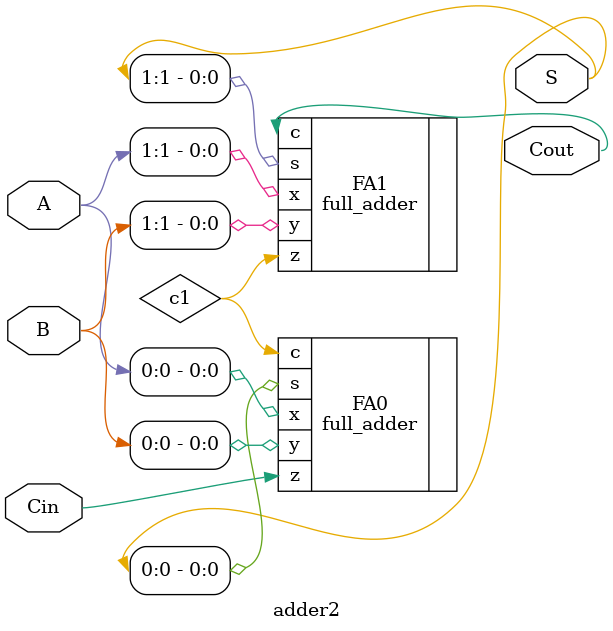
<source format=sv>
module adder2
(	
	input [1:0] A, B, 
	input Cin,
	output [1:0] S,
	output Cout
);

// Internal carries in the 2-bit adder				
wire c1;
full_adder FA0
(
	.x(A[0]), 
	.y(B[0]), 
	.z(Cin), 
	.s(S[0]), 
	.c(c1)
);
full_adder FA1
(
	.x(A[1]), 
	.y(B[1]), 
	.z(c1),  
	.s(S[1]), 
	.c(Cout)
);
	
endmodule

</source>
